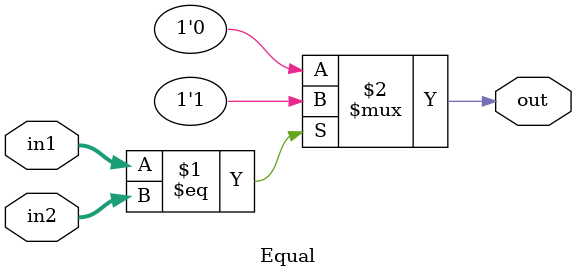
<source format=v>
module Equal(in1, in2, out);
input [31:0] in1, in2;
output out;

    assign out = (in1 == in2) ? 1'b1 : 1'b0;
endmodule

</source>
